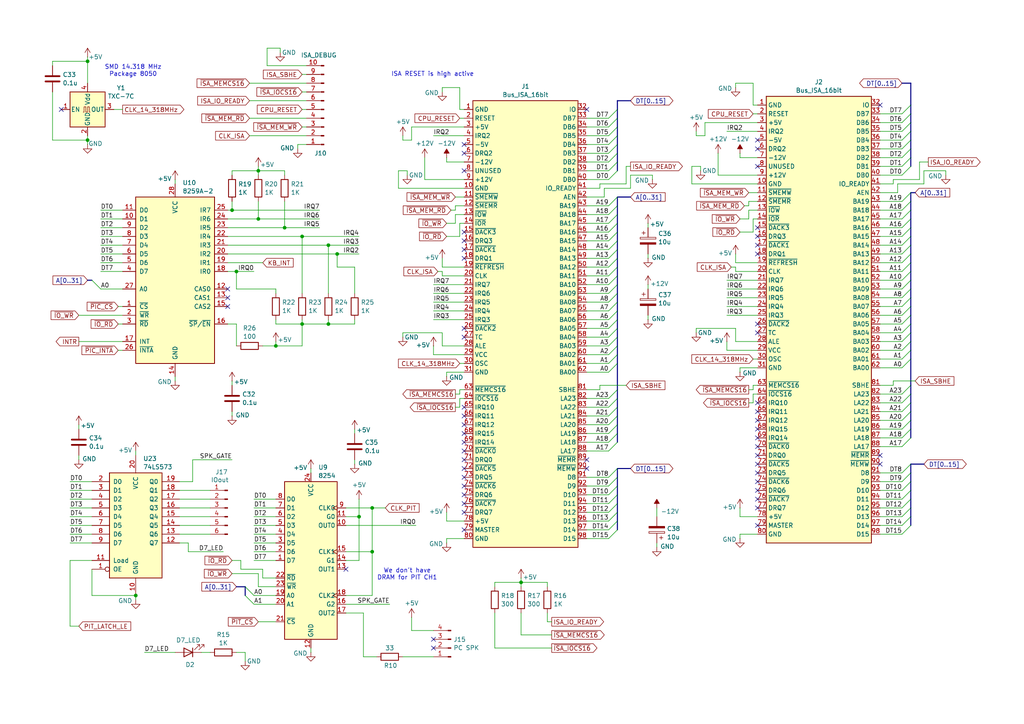
<source format=kicad_sch>
(kicad_sch (version 20250114) (generator "eeschema") (generator_version "9.0")
  (paper "A4")
  (title_block (title "486 Homebrew Computer") (date "2025-09-16") (rev "1") (company "maniek86.xyz"))
  (text "We don't have\nDRAM for PIT CH1" (at 118.11 166.624 0) (effects (font (size 1.27 1.27))))
  (text "SMD 14.318 MHz\nPackage 8050" (at 38.608 20.574 0) (effects (font (size 1.27 1.27))))
  (text "ISA RESET is high active" (at 125.476 21.59 0) (effects (font (size 1.27 1.27))))
  (junction (at 80.01 100.33))
  (junction (at 68.58 78.74))
  (junction (at 82.55 66.04))
  (junction (at 151.13 168.91))
  (junction (at 95.25 93.98))
  (junction (at 87.63 93.98))
  (junction (at 39.37 172.72))
  (junction (at 25.4 17.78))
  (junction (at 97.79 73.66))
  (junction (at 87.63 68.58))
  (junction (at 107.95 147.32))
  (junction (at 107.95 160.02))
  (junction (at 104.14 149.86))
  (junction (at 25.4 40.64))
  (junction (at 74.93 63.5))
  (junction (at 67.31 60.96))
  (junction (at 95.25 71.12))
  (junction (at 74.93 49.53))
  (no_connect (at 170.18 135.89))
  (no_connect (at 219.71 68.58))
  (no_connect (at 134.62 69.85))
  (no_connect (at 219.71 116.84))
  (no_connect (at 219.71 134.62))
  (no_connect (at 134.62 72.39))
  (no_connect (at 134.62 153.67))
  (no_connect (at 219.71 93.98))
  (no_connect (at 100.33 165.1))
  (no_connect (at 134.62 146.05))
  (no_connect (at 219.71 119.38))
  (no_connect (at 219.71 48.26))
  (no_connect (at 219.71 73.66))
  (no_connect (at 134.62 138.43))
  (no_connect (at 170.18 31.75))
  (no_connect (at 134.62 148.59))
  (no_connect (at 219.71 132.08))
  (no_connect (at 219.71 121.92))
  (no_connect (at 134.62 120.65))
  (no_connect (at 134.62 130.81))
  (no_connect (at 255.27 134.62))
  (no_connect (at 134.62 95.25))
  (no_connect (at 134.62 41.91))
  (no_connect (at 219.71 71.12))
  (no_connect (at 17.78 31.75))
  (no_connect (at 219.71 139.7))
  (no_connect (at 134.62 49.53))
  (no_connect (at 125.73 185.42))
  (no_connect (at 255.27 30.48))
  (no_connect (at 66.04 88.9))
  (no_connect (at 219.71 147.32))
  (no_connect (at 66.04 83.82))
  (no_connect (at 219.71 124.46))
  (no_connect (at 134.62 143.51))
  (no_connect (at 219.71 137.16))
  (no_connect (at 219.71 129.54))
  (no_connect (at 134.62 118.11))
  (no_connect (at 170.18 133.35))
  (no_connect (at 134.62 133.35))
  (no_connect (at 134.62 97.79))
  (no_connect (at 219.71 142.24))
  (no_connect (at 66.04 86.36))
  (no_connect (at 219.71 43.18))
  (no_connect (at 219.71 66.04))
  (no_connect (at 134.62 140.97))
  (no_connect (at 134.62 135.89))
  (no_connect (at 134.62 67.31))
  (no_connect (at 134.62 125.73))
  (no_connect (at 219.71 96.52))
  (no_connect (at 255.27 132.08))
  (no_connect (at 134.62 44.45))
  (no_connect (at 134.62 74.93))
  (no_connect (at 125.73 187.96))
  (no_connect (at 219.71 152.4))
  (no_connect (at 219.71 127))
  (no_connect (at 134.62 128.27))
  (no_connect (at 134.62 123.19))
  (no_connect (at 219.71 144.78))
  (no_connect (at 219.71 40.64))
  (bus_entry (at 176.53 123.19) (size 2.54 -2.54))
  (bus_entry (at 261.62 78.74) (size 2.54 -2.54))
  (bus_entry (at 176.53 77.47) (size 2.54 -2.54))
  (bus_entry (at 176.53 41.91) (size 2.54 -2.54))
  (bus_entry (at 176.53 100.33) (size 2.54 -2.54))
  (bus_entry (at 261.62 152.4) (size 2.54 -2.54))
  (bus_entry (at 176.53 125.73) (size 2.54 -2.54))
  (bus_entry (at 261.62 142.24) (size 2.54 -2.54))
  (bus_entry (at 261.62 91.44) (size 2.54 -2.54))
  (bus_entry (at 261.62 83.82) (size 2.54 -2.54))
  (bus_entry (at 176.53 67.31) (size 2.54 -2.54))
  (bus_entry (at 261.62 106.68) (size 2.54 -2.54))
  (bus_entry (at 176.53 156.21) (size 2.54 -2.54))
  (bus_entry (at 261.62 76.2) (size 2.54 -2.54))
  (bus_entry (at 73.66 175.26) (size -2.54 -2.54))
  (bus_entry (at 176.53 85.09) (size 2.54 -2.54))
  (bus_entry (at 261.62 93.98) (size 2.54 -2.54))
  (bus_entry (at 176.53 143.51) (size 2.54 -2.54))
  (bus_entry (at 261.62 139.7) (size 2.54 -2.54))
  (bus_entry (at 261.62 73.66) (size 2.54 -2.54))
  (bus_entry (at 261.62 129.54) (size 2.54 -2.54))
  (bus_entry (at 176.53 82.55) (size 2.54 -2.54))
  (bus_entry (at 261.62 50.8) (size 2.54 -2.54))
  (bus_entry (at 176.53 59.69) (size 2.54 -2.54))
  (bus_entry (at 176.53 102.87) (size 2.54 -2.54))
  (bus_entry (at 261.62 60.96) (size 2.54 -2.54))
  (bus_entry (at 261.62 38.1) (size 2.54 -2.54))
  (bus_entry (at 176.53 62.23) (size 2.54 -2.54))
  (bus_entry (at 261.62 68.58) (size 2.54 -2.54))
  (bus_entry (at 176.53 87.63) (size 2.54 -2.54))
  (bus_entry (at 261.62 101.6) (size 2.54 -2.54))
  (bus_entry (at 261.62 121.92) (size 2.54 -2.54))
  (bus_entry (at 261.62 35.56) (size 2.54 -2.54))
  (bus_entry (at 176.53 36.83) (size 2.54 -2.54))
  (bus_entry (at 176.53 80.01) (size 2.54 -2.54))
  (bus_entry (at 261.62 96.52) (size 2.54 -2.54))
  (bus_entry (at 261.62 40.64) (size 2.54 -2.54))
  (bus_entry (at 73.66 172.72) (size -2.54 -2.54))
  (bus_entry (at 261.62 119.38) (size 2.54 -2.54))
  (bus_entry (at 176.53 69.85) (size 2.54 -2.54))
  (bus_entry (at 176.53 140.97) (size 2.54 -2.54))
  (bus_entry (at 261.62 45.72) (size 2.54 -2.54))
  (bus_entry (at 29.21 83.82) (size -2.54 -2.54))
  (bus_entry (at 176.53 105.41) (size 2.54 -2.54))
  (bus_entry (at 261.62 71.12) (size 2.54 -2.54))
  (bus_entry (at 176.53 46.99) (size 2.54 -2.54))
  (bus_entry (at 261.62 124.46) (size 2.54 -2.54))
  (bus_entry (at 261.62 86.36) (size 2.54 -2.54))
  (bus_entry (at 176.53 92.71) (size 2.54 -2.54))
  (bus_entry (at 261.62 137.16) (size 2.54 -2.54))
  (bus_entry (at 176.53 107.95) (size 2.54 -2.54))
  (bus_entry (at 176.53 151.13) (size 2.54 -2.54))
  (bus_entry (at 261.62 127) (size 2.54 -2.54))
  (bus_entry (at 176.53 128.27) (size 2.54 -2.54))
  (bus_entry (at 261.62 88.9) (size 2.54 -2.54))
  (bus_entry (at 261.62 147.32) (size 2.54 -2.54))
  (bus_entry (at 176.53 95.25) (size 2.54 -2.54))
  (bus_entry (at 176.53 118.11) (size 2.54 -2.54))
  (bus_entry (at 176.53 97.79) (size 2.54 -2.54))
  (bus_entry (at 176.53 148.59) (size 2.54 -2.54))
  (bus_entry (at 261.62 104.14) (size 2.54 -2.54))
  (bus_entry (at 261.62 149.86) (size 2.54 -2.54))
  (bus_entry (at 261.62 99.06) (size 2.54 -2.54))
  (bus_entry (at 261.62 144.78) (size 2.54 -2.54))
  (bus_entry (at 261.62 154.94) (size 2.54 -2.54))
  (bus_entry (at 176.53 44.45) (size 2.54 -2.54))
  (bus_entry (at 261.62 114.3) (size 2.54 -2.54))
  (bus_entry (at 261.62 43.18) (size 2.54 -2.54))
  (bus_entry (at 261.62 58.42) (size 2.54 -2.54))
  (bus_entry (at 261.62 48.26) (size 2.54 -2.54))
  (bus_entry (at 176.53 115.57) (size 2.54 -2.54))
  (bus_entry (at 176.53 138.43) (size 2.54 -2.54))
  (bus_entry (at 176.53 52.07) (size 2.54 -2.54))
  (bus_entry (at 176.53 72.39) (size 2.54 -2.54))
  (bus_entry (at 261.62 116.84) (size 2.54 -2.54))
  (bus_entry (at 261.62 33.02) (size 2.54 -2.54))
  (bus_entry (at 176.53 120.65) (size 2.54 -2.54))
  (bus_entry (at 176.53 90.17) (size 2.54 -2.54))
  (bus_entry (at 176.53 146.05) (size 2.54 -2.54))
  (bus_entry (at 261.62 66.04) (size 2.54 -2.54))
  (bus_entry (at 176.53 39.37) (size 2.54 -2.54))
  (bus_entry (at 176.53 64.77) (size 2.54 -2.54))
  (bus_entry (at 176.53 49.53) (size 2.54 -2.54))
  (bus_entry (at 176.53 130.81) (size 2.54 -2.54))
  (bus_entry (at 176.53 74.93) (size 2.54 -2.54))
  (bus_entry (at 176.53 153.67) (size 2.54 -2.54))
  (bus_entry (at 176.53 34.29) (size 2.54 -2.54))
  (bus_entry (at 261.62 63.5) (size 2.54 -2.54))
  (bus_entry (at 261.62 81.28) (size 2.54 -2.54))
  (wire (pts (xy 255.27 111.76) (xy 259.08 111.76)))
  (bus (pts (xy 179.07 151.13) (xy 179.07 153.67)))
  (bus (pts (xy 264.16 111.76) (xy 264.16 114.3)))
  (bus (pts (xy 264.16 134.62) (xy 264.16 137.16)))
  (wire (pts (xy 260.35 53.34) (xy 260.35 55.88)))
  (wire (pts (xy 132.08 118.11) (xy 133.35 118.11)))
  (wire (pts (xy 74.93 49.53) (xy 82.55 49.53)))
  (wire (pts (xy 87.63 68.58) (xy 87.63 85.09)))
  (wire (pts (xy 261.62 66.04) (xy 255.27 66.04)))
  (wire (pts (xy 170.18 148.59) (xy 176.53 148.59)))
  (wire (pts (xy 189.23 52.07) (xy 189.23 50.8)))
  (wire (pts (xy 125.73 87.63) (xy 134.62 87.63)))
  (wire (pts (xy 133.35 115.57) (xy 134.62 115.57)))
  (wire (pts (xy 115.57 49.53) (xy 115.57 54.61)))
  (wire (pts (xy 219.71 45.72) (xy 214.63 45.72)))
  (wire (pts (xy 170.18 113.03) (xy 173.99 113.03)))
  (wire (pts (xy 87.63 92.71) (xy 87.63 93.98)))
  (wire (pts (xy 218.44 30.48) (xy 218.44 24.13)))
  (wire (pts (xy 261.62 81.28) (xy 255.27 81.28)))
  (wire (pts (xy 176.53 105.41) (xy 170.18 105.41)))
  (wire (pts (xy 217.17 63.5) (xy 217.17 60.96)))
  (wire (pts (xy 133.35 68.58) (xy 133.35 64.77)))
  (wire (pts (xy 176.53 97.79) (xy 170.18 97.79)))
  (wire (pts (xy 128.27 74.93) (xy 128.27 77.47)))
  (wire (pts (xy 219.71 30.48) (xy 218.44 30.48)))
  (wire (pts (xy 214.63 149.86) (xy 214.63 147.32)))
  (wire (pts (xy 80.01 100.33) (xy 87.63 100.33)))
  (bus (pts (xy 264.16 147.32) (xy 264.16 149.86)))
  (wire (pts (xy 260.35 55.88) (xy 255.27 55.88)))
  (wire (pts (xy 129.54 157.48) (xy 129.54 156.21)))
  (wire (pts (xy 255.27 119.38) (xy 261.62 119.38)))
  (wire (pts (xy 170.18 54.61) (xy 173.99 54.61)))
  (wire (pts (xy 217.17 58.42) (xy 219.71 58.42)))
  (wire (pts (xy 73.66 152.4) (xy 80.01 152.4)))
  (wire (pts (xy 129.54 68.58) (xy 133.35 68.58)))
  (wire (pts (xy 175.26 54.61) (xy 175.26 57.15)))
  (wire (pts (xy 261.62 78.74) (xy 255.27 78.74)))
  (bus (pts (xy 179.07 95.25) (xy 179.07 92.71)))
  (bus (pts (xy 179.07 72.39) (xy 179.07 69.85)))
  (wire (pts (xy 22.86 91.44) (xy 35.56 91.44)))
  (wire (pts (xy 102.87 77.47) (xy 102.87 85.09)))
  (wire (pts (xy 189.23 50.8) (xy 182.88 50.8)))
  (bus (pts (xy 179.07 118.11) (xy 179.07 120.65)))
  (wire (pts (xy 68.58 93.98) (xy 68.58 100.33)))
  (wire (pts (xy 259.08 52.07) (xy 266.7 52.07)))
  (wire (pts (xy 213.36 99.06) (xy 213.36 95.25)))
  (wire (pts (xy 133.35 64.77) (xy 134.62 64.77)))
  (wire (pts (xy 181.61 53.34) (xy 181.61 48.26)))
  (wire (pts (xy 170.18 36.83) (xy 176.53 36.83)))
  (wire (pts (xy 118.11 49.53) (xy 115.57 49.53)))
  (bus (pts (xy 264.16 124.46) (xy 264.16 127)))
  (wire (pts (xy 102.87 93.98) (xy 102.87 92.71)))
  (wire (pts (xy 80.01 83.82) (xy 80.01 85.09)))
  (wire (pts (xy 160.02 180.34) (xy 158.75 180.34)))
  (wire (pts (xy 173.99 111.76) (xy 181.61 111.76)))
  (wire (pts (xy 72.39 24.13) (xy 88.9 24.13)))
  (wire (pts (xy 214.63 154.94) (xy 219.71 154.94)))
  (wire (pts (xy 261.62 106.68) (xy 255.27 106.68)))
  (wire (pts (xy 213.36 73.66) (xy 213.36 76.2)))
  (wire (pts (xy 181.61 48.26) (xy 182.88 48.26)))
  (bus (pts (xy 179.07 31.75) (xy 179.07 34.29)))
  (wire (pts (xy 105.41 177.8) (xy 100.33 177.8)))
  (wire (pts (xy 66.04 66.04) (xy 82.55 66.04)))
  (wire (pts (xy 217.17 59.69) (xy 217.17 58.42)))
  (wire (pts (xy 29.21 63.5) (xy 35.56 63.5)))
  (wire (pts (xy 73.66 172.72) (xy 80.01 172.72)))
  (bus (pts (xy 179.07 69.85) (xy 179.07 67.31)))
  (wire (pts (xy 134.62 36.83) (xy 119.38 36.83)))
  (wire (pts (xy 34.29 88.9) (xy 35.56 88.9)))
  (wire (pts (xy 133.35 114.3) (xy 133.35 113.03)))
  (wire (pts (xy 67.31 110.49) (xy 67.31 111.76)))
  (wire (pts (xy 255.27 40.64) (xy 261.62 40.64)))
  (wire (pts (xy 67.31 49.53) (xy 67.31 50.8)))
  (wire (pts (xy 132.08 57.15) (xy 134.62 57.15)))
  (wire (pts (xy 66.04 60.96) (xy 67.31 60.96)))
  (bus (pts (xy 264.16 76.2) (xy 264.16 73.66)))
  (wire (pts (xy 29.21 66.04) (xy 35.56 66.04)))
  (wire (pts (xy 60.96 152.4) (xy 52.07 152.4)))
  (wire (pts (xy 255.27 53.34) (xy 259.08 53.34)))
  (wire (pts (xy 20.32 149.86) (xy 26.67 149.86)))
  (wire (pts (xy 201.93 95.25) (xy 201.93 96.52)))
  (wire (pts (xy 261.62 76.2) (xy 255.27 76.2)))
  (wire (pts (xy 255.27 147.32) (xy 261.62 147.32)))
  (wire (pts (xy 187.96 91.44) (xy 187.96 92.71)))
  (wire (pts (xy 175.26 57.15) (xy 170.18 57.15)))
  (wire (pts (xy 29.21 78.74) (xy 35.56 78.74)))
  (wire (pts (xy 214.63 45.72) (xy 214.63 44.45)))
  (wire (pts (xy 133.35 25.4) (xy 128.27 25.4)))
  (wire (pts (xy 26.67 172.72) (xy 26.67 165.1)))
  (wire (pts (xy 170.18 138.43) (xy 176.53 138.43)))
  (wire (pts (xy 255.27 142.24) (xy 261.62 142.24)))
  (wire (pts (xy 67.31 58.42) (xy 67.31 60.96)))
  (wire (pts (xy 87.63 36.83) (xy 88.9 36.83)))
  (wire (pts (xy 214.63 67.31) (xy 218.44 67.31)))
  (wire (pts (xy 92.71 63.5) (xy 74.93 63.5)))
  (wire (pts (xy 87.63 93.98) (xy 95.25 93.98)))
  (wire (pts (xy 58.42 189.23) (xy 60.96 189.23)))
  (wire (pts (xy 129.54 64.77) (xy 132.08 64.77)))
  (wire (pts (xy 255.27 121.92) (xy 261.62 121.92)))
  (wire (pts (xy 261.62 104.14) (xy 255.27 104.14)))
  (wire (pts (xy 261.62 83.82) (xy 255.27 83.82)))
  (wire (pts (xy 190.5 157.48) (xy 190.5 158.75)))
  (wire (pts (xy 133.35 105.41) (xy 134.62 105.41)))
  (wire (pts (xy 105.41 190.5) (xy 105.41 177.8)))
  (wire (pts (xy 73.66 157.48) (xy 80.01 157.48)))
  (wire (pts (xy 127 78.74) (xy 128.27 78.74)))
  (wire (pts (xy 170.18 49.53) (xy 176.53 49.53)))
  (wire (pts (xy 255.27 45.72) (xy 261.62 45.72)))
  (wire (pts (xy 15.24 19.05) (xy 15.24 17.78)))
  (wire (pts (xy 97.79 77.47) (xy 102.87 77.47)))
  (wire (pts (xy 73.66 149.86) (xy 80.01 149.86)))
  (wire (pts (xy 133.35 113.03) (xy 134.62 113.03)))
  (wire (pts (xy 176.53 74.93) (xy 170.18 74.93)))
  (wire (pts (xy 259.08 111.76) (xy 259.08 110.49)))
  (wire (pts (xy 67.31 162.56) (xy 69.85 162.56)))
  (wire (pts (xy 173.99 54.61) (xy 173.99 53.34)))
  (wire (pts (xy 213.36 78.74) (xy 219.71 78.74)))
  (wire (pts (xy 255.27 139.7) (xy 261.62 139.7)))
  (wire (pts (xy 73.66 147.32) (xy 80.01 147.32)))
  (wire (pts (xy 170.18 143.51) (xy 176.53 143.51)))
  (wire (pts (xy 97.79 73.66) (xy 104.14 73.66)))
  (wire (pts (xy 176.53 82.55) (xy 170.18 82.55)))
  (wire (pts (xy 143.51 177.8) (xy 143.51 187.96)))
  (wire (pts (xy 69.85 165.1) (xy 76.2 165.1)))
  (wire (pts (xy 218.44 104.14) (xy 219.71 104.14)))
  (bus (pts (xy 264.16 35.56) (xy 264.16 38.1)))
  (wire (pts (xy 158.75 180.34) (xy 158.75 177.8)))
  (wire (pts (xy 116.84 96.52) (xy 116.84 97.79)))
  (wire (pts (xy 255.27 38.1) (xy 261.62 38.1)))
  (bus (pts (xy 264.16 81.28) (xy 264.16 78.74)))
  (wire (pts (xy 255.27 127) (xy 261.62 127)))
  (wire (pts (xy 55.88 139.7) (xy 52.07 139.7)))
  (wire (pts (xy 115.57 54.61) (xy 134.62 54.61)))
  (wire (pts (xy 151.13 184.15) (xy 151.13 177.8)))
  (bus (pts (xy 264.16 137.16) (xy 264.16 139.7)))
  (wire (pts (xy 214.63 63.5) (xy 217.17 63.5)))
  (wire (pts (xy 132.08 114.3) (xy 133.35 114.3)))
  (wire (pts (xy 123.19 52.07) (xy 134.62 52.07)))
  (wire (pts (xy 214.63 106.68) (xy 219.71 106.68)))
  (wire (pts (xy 72.39 29.21) (xy 88.9 29.21)))
  (wire (pts (xy 95.25 71.12) (xy 95.25 85.09)))
  (wire (pts (xy 20.32 139.7) (xy 26.67 139.7)))
  (bus (pts (xy 179.07 80.01) (xy 179.07 77.47)))
  (wire (pts (xy 143.51 170.18) (xy 143.51 168.91)))
  (wire (pts (xy 170.18 156.21) (xy 176.53 156.21)))
  (wire (pts (xy 218.44 63.5) (xy 219.71 63.5)))
  (wire (pts (xy 176.53 80.01) (xy 170.18 80.01)))
  (wire (pts (xy 107.95 147.32) (xy 111.76 147.32)))
  (wire (pts (xy 66.04 73.66) (xy 97.79 73.66)))
  (bus (pts (xy 179.07 148.59) (xy 179.07 151.13)))
  (bus (pts (xy 264.16 24.13) (xy 264.16 30.48)))
  (wire (pts (xy 104.14 149.86) (xy 104.14 162.56)))
  (wire (pts (xy 176.53 59.69) (xy 170.18 59.69)))
  (wire (pts (xy 143.51 187.96) (xy 160.02 187.96)))
  (wire (pts (xy 129.54 109.22) (xy 129.54 107.95)))
  (wire (pts (xy 73.66 160.02) (xy 80.01 160.02)))
  (wire (pts (xy 77.47 13.97) (xy 77.47 19.05)))
  (wire (pts (xy 66.04 71.12) (xy 95.25 71.12)))
  (bus (pts (xy 261.62 24.13) (xy 264.16 24.13)))
  (wire (pts (xy 213.36 76.2) (xy 219.71 76.2)))
  (wire (pts (xy 261.62 60.96) (xy 255.27 60.96)))
  (wire (pts (xy 218.44 67.31) (xy 218.44 63.5)))
  (wire (pts (xy 218.44 111.76) (xy 219.71 111.76)))
  (wire (pts (xy 255.27 144.78) (xy 261.62 144.78)))
  (wire (pts (xy 102.87 124.46) (xy 102.87 125.73)))
  (wire (pts (xy 87.63 100.33) (xy 87.63 93.98)))
  (wire (pts (xy 34.29 101.6) (xy 35.56 101.6)))
  (wire (pts (xy 261.62 73.66) (xy 255.27 73.66)))
  (wire (pts (xy 100.33 172.72) (xy 107.95 172.72)))
  (wire (pts (xy 170.18 140.97) (xy 176.53 140.97)))
  (bus (pts (xy 264.16 104.14) (xy 264.16 111.76)))
  (bus (pts (xy 264.16 33.02) (xy 264.16 35.56)))
  (bus (pts (xy 264.16 30.48) (xy 264.16 33.02)))
  (wire (pts (xy 60.96 147.32) (xy 52.07 147.32)))
  (bus (pts (xy 264.16 78.74) (xy 264.16 76.2)))
  (bus (pts (xy 264.16 86.36) (xy 264.16 83.82)))
  (wire (pts (xy 218.44 113.03) (xy 218.44 111.76)))
  (wire (pts (xy 261.62 68.58) (xy 255.27 68.58)))
  (wire (pts (xy 255.27 43.18) (xy 261.62 43.18)))
  (wire (pts (xy 82.55 66.04) (xy 92.71 66.04)))
  (wire (pts (xy 210.82 88.9) (xy 219.71 88.9)))
  (wire (pts (xy 76.2 165.1) (xy 76.2 167.64)))
  (wire (pts (xy 217.17 55.88) (xy 219.71 55.88)))
  (bus (pts (xy 179.07 135.89) (xy 179.07 138.43)))
  (wire (pts (xy 102.87 133.35) (xy 102.87 134.62)))
  (wire (pts (xy 170.18 130.81) (xy 176.53 130.81)))
  (bus (pts (xy 179.07 92.71) (xy 179.07 90.17)))
  (wire (pts (xy 170.18 41.91) (xy 176.53 41.91)))
  (wire (pts (xy 255.27 35.56) (xy 261.62 35.56)))
  (wire (pts (xy 128.27 77.47) (xy 134.62 77.47)))
  (wire (pts (xy 173.99 53.34) (xy 181.61 53.34)))
  (wire (pts (xy 116.84 39.37) (xy 116.84 40.64)))
  (wire (pts (xy 173.99 113.03) (xy 173.99 111.76)))
  (wire (pts (xy 214.63 149.86) (xy 219.71 149.86)))
  (wire (pts (xy 212.09 77.47) (xy 213.36 77.47)))
  (wire (pts (xy 261.62 91.44) (xy 255.27 91.44)))
  (wire (pts (xy 50.8 52.07) (xy 50.8 53.34)))
  (wire (pts (xy 72.39 39.37) (xy 88.9 39.37)))
  (wire (pts (xy 34.29 93.98) (xy 35.56 93.98)))
  (wire (pts (xy 176.53 102.87) (xy 170.18 102.87)))
  (bus (pts (xy 264.16 149.86) (xy 264.16 152.4)))
  (wire (pts (xy 74.93 170.18) (xy 74.93 166.37)))
  (wire (pts (xy 210.82 99.06) (xy 210.82 101.6)))
  (wire (pts (xy 74.93 48.26) (xy 74.93 49.53)))
  (bus (pts (xy 264.16 104.14) (xy 264.16 101.6)))
  (wire (pts (xy 213.36 95.25) (xy 201.93 95.25)))
  (wire (pts (xy 200.66 48.26) (xy 200.66 53.34)))
  (wire (pts (xy 15.24 40.64) (xy 25.4 40.64)))
  (wire (pts (xy 134.62 102.87) (xy 125.73 102.87)))
  (wire (pts (xy 68.58 78.74) (xy 68.58 83.82)))
  (wire (pts (xy 69.85 162.56) (xy 69.85 165.1)))
  (wire (pts (xy 54.61 160.02) (xy 54.61 157.48)))
  (wire (pts (xy 73.66 162.56) (xy 80.01 162.56)))
  (wire (pts (xy 187.96 64.77) (xy 187.96 66.04)))
  (bus (pts (xy 179.07 46.99) (xy 179.07 49.53)))
  (wire (pts (xy 176.53 95.25) (xy 170.18 95.25)))
  (wire (pts (xy 50.8 109.22) (xy 50.8 110.49)))
  (wire (pts (xy 133.35 34.29) (xy 134.62 34.29)))
  (wire (pts (xy 54.61 157.48) (xy 52.07 157.48)))
  (wire (pts (xy 66.04 76.2) (xy 76.2 76.2)))
  (wire (pts (xy 22.86 132.08) (xy 22.86 133.35)))
  (wire (pts (xy 66.04 93.98) (xy 68.58 93.98)))
  (wire (pts (xy 176.53 69.85) (xy 170.18 69.85)))
  (wire (pts (xy 261.62 86.36) (xy 255.27 86.36)))
  (wire (pts (xy 187.96 73.66) (xy 187.96 74.93)))
  (wire (pts (xy 176.53 72.39) (xy 170.18 72.39)))
  (wire (pts (xy 119.38 36.83) (xy 119.38 40.64)))
  (wire (pts (xy 129.54 151.13) (xy 129.54 148.59)))
  (bus (pts (xy 264.16 60.96) (xy 264.16 58.42)))
  (wire (pts (xy 176.53 64.77) (xy 170.18 64.77)))
  (wire (pts (xy 219.71 101.6) (xy 210.82 101.6)))
  (wire (pts (xy 176.53 77.47) (xy 170.18 77.47)))
  (wire (pts (xy 210.82 38.1) (xy 219.71 38.1)))
  (wire (pts (xy 68.58 83.82) (xy 80.01 83.82)))
  (wire (pts (xy 128.27 25.4) (xy 128.27 26.67)))
  (wire (pts (xy 33.02 31.75) (xy 35.56 31.75)))
  (wire (pts (xy 217.17 116.84) (xy 218.44 116.84)))
  (wire (pts (xy 39.37 172.72) (xy 39.37 173.99)))
  (wire (pts (xy 208.28 44.45) (xy 208.28 50.8)))
  (wire (pts (xy 20.32 147.32) (xy 26.67 147.32)))
  (wire (pts (xy 170.18 118.11) (xy 176.53 118.11)))
  (wire (pts (xy 20.32 142.24) (xy 26.67 142.24)))
  (wire (pts (xy 90.17 135.89) (xy 90.17 137.16)))
  (wire (pts (xy 72.39 34.29) (xy 88.9 34.29)))
  (wire (pts (xy 129.54 46.99) (xy 129.54 45.72)))
  (wire (pts (xy 219.71 35.56) (xy 204.47 35.56)))
  (wire (pts (xy 25.4 39.37) (xy 25.4 40.64)))
  (wire (pts (xy 170.18 44.45) (xy 176.53 44.45)))
  (wire (pts (xy 20.32 152.4) (xy 26.67 152.4)))
  (bus (pts (xy 179.07 62.23) (xy 179.07 59.69)))
  (wire (pts (xy 77.47 19.05) (xy 88.9 19.05)))
  (wire (pts (xy 170.18 115.57) (xy 176.53 115.57)))
  (wire (pts (xy 100.33 149.86) (xy 104.14 149.86)))
  (wire (pts (xy 123.19 45.72) (xy 123.19 52.07)))
  (wire (pts (xy 267.97 53.34) (xy 260.35 53.34)))
  (bus (pts (xy 264.16 71.12) (xy 264.16 68.58)))
  (bus (pts (xy 264.16 55.88) (xy 265.43 55.88)))
  (wire (pts (xy 203.2 48.26) (xy 200.66 48.26)))
  (wire (pts (xy 201.93 39.37) (xy 204.47 39.37)))
  (wire (pts (xy 22.86 99.06) (xy 35.56 99.06)))
  (wire (pts (xy 133.35 118.11) (xy 133.35 115.57)))
  (wire (pts (xy 71.12 189.23) (xy 71.12 191.77)))
  (wire (pts (xy 20.32 162.56) (xy 20.32 181.61)))
  (wire (pts (xy 60.96 154.94) (xy 52.07 154.94)))
  (wire (pts (xy 125.73 100.33) (xy 125.73 102.87)))
  (wire (pts (xy 274.32 49.53) (xy 267.97 49.53)))
  (bus (pts (xy 264.16 40.64) (xy 264.16 43.18)))
  (wire (pts (xy 151.13 168.91) (xy 158.75 168.91)))
  (wire (pts (xy 125.73 85.09) (xy 134.62 85.09)))
  (wire (pts (xy 255.27 116.84) (xy 261.62 116.84)))
  (wire (pts (xy 214.63 107.95) (xy 214.63 106.68)))
  (wire (pts (xy 81.28 15.24) (xy 81.28 13.97)))
  (wire (pts (xy 176.53 85.09) (xy 170.18 85.09)))
  (wire (pts (xy 29.21 71.12) (xy 35.56 71.12)))
  (wire (pts (xy 255.27 154.94) (xy 261.62 154.94)))
  (wire (pts (xy 176.53 87.63) (xy 170.18 87.63)))
  (wire (pts (xy 105.41 190.5) (xy 109.22 190.5)))
  (wire (pts (xy 15.24 26.67) (xy 15.24 40.64)))
  (wire (pts (xy 170.18 151.13) (xy 176.53 151.13)))
  (wire (pts (xy 125.73 92.71) (xy 134.62 92.71)))
  (bus (pts (xy 182.88 29.21) (xy 179.07 29.21)))
  (bus (pts (xy 264.16 99.06) (xy 264.16 96.52)))
  (bus (pts (xy 179.07 85.09) (xy 179.07 82.55)))
  (bus (pts (xy 179.07 87.63) (xy 179.07 85.09)))
  (bus (pts (xy 264.16 58.42) (xy 264.16 55.88)))
  (wire (pts (xy 97.79 73.66) (xy 97.79 77.47)))
  (wire (pts (xy 41.91 189.23) (xy 50.8 189.23)))
  (wire (pts (xy 87.63 68.58) (xy 104.14 68.58)))
  (wire (pts (xy 187.96 82.55) (xy 187.96 83.82)))
  (bus (pts (xy 264.16 114.3) (xy 264.16 116.84)))
  (bus (pts (xy 264.16 101.6) (xy 264.16 99.06)))
  (wire (pts (xy 170.18 52.07) (xy 176.53 52.07)))
  (wire (pts (xy 116.84 190.5) (xy 125.73 190.5)))
  (bus (pts (xy 264.16 93.98) (xy 264.16 91.44)))
  (wire (pts (xy 170.18 123.19) (xy 176.53 123.19)))
  (wire (pts (xy 80.01 92.71) (xy 80.01 93.98)))
  (wire (pts (xy 66.04 68.58) (xy 87.63 68.58)))
  (bus (pts (xy 179.07 34.29) (xy 179.07 36.83)))
  (bus (pts (xy 264.16 43.18) (xy 264.16 45.72)))
  (bus (pts (xy 179.07 125.73) (xy 179.07 128.27)))
  (bus (pts (xy 264.16 96.52) (xy 264.16 93.98)))
  (wire (pts (xy 261.62 63.5) (xy 255.27 63.5)))
  (wire (pts (xy 129.54 151.13) (xy 134.62 151.13)))
  (bus (pts (xy 179.07 59.69) (xy 179.07 57.15)))
  (wire (pts (xy 128.27 80.01) (xy 134.62 80.01)))
  (wire (pts (xy 60.96 149.86) (xy 52.07 149.86)))
  (wire (pts (xy 255.27 124.46) (xy 261.62 124.46)))
  (wire (pts (xy 267.97 49.53) (xy 267.97 53.34)))
  (wire (pts (xy 201.93 38.1) (xy 201.93 39.37)))
  (wire (pts (xy 95.25 92.71) (xy 95.25 93.98)))
  (wire (pts (xy 170.18 100.33) (xy 176.53 100.33)))
  (wire (pts (xy 215.9 59.69) (xy 217.17 59.69)))
  (bus (pts (xy 179.07 113.03) (xy 179.07 115.57)))
  (wire (pts (xy 66.04 78.74) (xy 68.58 78.74)))
  (wire (pts (xy 90.17 187.96) (xy 90.17 189.23)))
  (wire (pts (xy 203.2 48.26) (xy 203.2 49.53)))
  (wire (pts (xy 82.55 50.8) (xy 82.55 49.53)))
  (bus (pts (xy 179.07 120.65) (xy 179.07 123.19)))
  (wire (pts (xy 129.54 156.21) (xy 134.62 156.21)))
  (wire (pts (xy 80.01 170.18) (xy 74.93 170.18)))
  (wire (pts (xy 107.95 160.02) (xy 100.33 160.02)))
  (wire (pts (xy 68.58 78.74) (xy 73.66 78.74)))
  (wire (pts (xy 160.02 184.15) (xy 151.13 184.15)))
  (wire (pts (xy 20.32 181.61) (xy 22.86 181.61)))
  (bus (pts (xy 264.16 142.24) (xy 264.16 144.78)))
  (wire (pts (xy 95.25 71.12) (xy 104.14 71.12)))
  (wire (pts (xy 259.08 110.49) (xy 265.43 110.49)))
  (bus (pts (xy 26.67 81.28) (xy 25.4 81.28)))
  (wire (pts (xy 67.31 60.96) (xy 92.71 60.96)))
  (wire (pts (xy 76.2 167.64) (xy 80.01 167.64)))
  (wire (pts (xy 107.95 147.32) (xy 107.95 160.02)))
  (bus (pts (xy 179.07 90.17) (xy 179.07 87.63)))
  (wire (pts (xy 125.73 82.55) (xy 134.62 82.55)))
  (wire (pts (xy 176.53 67.31) (xy 170.18 67.31)))
  (wire (pts (xy 261.62 93.98) (xy 255.27 93.98)))
  (wire (pts (xy 218.44 114.3) (xy 219.71 114.3)))
  (bus (pts (xy 264.16 116.84) (xy 264.16 119.38)))
  (wire (pts (xy 261.62 88.9) (xy 255.27 88.9)))
  (wire (pts (xy 261.62 101.6) (xy 255.27 101.6)))
  (bus (pts (xy 179.07 36.83) (xy 179.07 39.37)))
  (bus (pts (xy 179.07 102.87) (xy 179.07 100.33)))
  (wire (pts (xy 100.33 147.32) (xy 107.95 147.32)))
  (bus (pts (xy 179.07 143.51) (xy 179.07 146.05)))
  (wire (pts (xy 170.18 128.27) (xy 176.53 128.27)))
  (bus (pts (xy 179.07 82.55) (xy 179.07 80.01)))
  (wire (pts (xy 218.44 33.02) (xy 219.71 33.02)))
  (wire (pts (xy 210.82 86.36) (xy 219.71 86.36)))
  (bus (pts (xy 179.07 41.91) (xy 179.07 44.45)))
  (wire (pts (xy 55.88 133.35) (xy 55.88 139.7)))
  (bus (pts (xy 179.07 105.41) (xy 179.07 102.87)))
  (bus (pts (xy 179.07 123.19) (xy 179.07 125.73)))
  (bus (pts (xy 264.16 119.38) (xy 264.16 121.92)))
  (bus (pts (xy 264.16 121.92) (xy 264.16 124.46)))
  (wire (pts (xy 104.14 144.78) (xy 104.14 149.86)))
  (bus (pts (xy 179.07 39.37) (xy 179.07 41.91)))
  (wire (pts (xy 60.96 144.78) (xy 52.07 144.78)))
  (wire (pts (xy 15.24 17.78) (xy 25.4 17.78)))
  (wire (pts (xy 266.7 46.99) (xy 269.24 46.99)))
  (wire (pts (xy 29.21 76.2) (xy 35.56 76.2)))
  (bus (pts (xy 264.16 91.44) (xy 264.16 88.9)))
  (bus (pts (xy 179.07 140.97) (xy 179.07 143.51)))
  (wire (pts (xy 261.62 96.52) (xy 255.27 96.52)))
  (wire (pts (xy 255.27 137.16) (xy 261.62 137.16)))
  (wire (pts (xy 29.21 83.82) (xy 35.56 83.82)))
  (bus (pts (xy 179.07 100.33) (xy 179.07 97.79)))
  (bus (pts (xy 264.16 45.72) (xy 264.16 48.26)))
  (wire (pts (xy 132.08 60.96) (xy 132.08 59.69)))
  (bus (pts (xy 179.07 146.05) (xy 179.07 148.59)))
  (wire (pts (xy 134.62 100.33) (xy 128.27 100.33)))
  (wire (pts (xy 29.21 60.96) (xy 35.56 60.96)))
  (wire (pts (xy 204.47 35.56) (xy 204.47 39.37)))
  (wire (pts (xy 100.33 152.4) (xy 120.65 152.4)))
  (wire (pts (xy 119.38 182.88) (xy 125.73 182.88)))
  (wire (pts (xy 116.84 40.64) (xy 119.38 40.64)))
  (bus (pts (xy 179.07 115.57) (xy 179.07 118.11)))
  (bus (pts (xy 264.16 38.1) (xy 264.16 40.64)))
  (wire (pts (xy 176.53 107.95) (xy 170.18 107.95)))
  (wire (pts (xy 20.32 157.48) (xy 26.67 157.48)))
  (wire (pts (xy 182.88 54.61) (xy 175.26 54.61)))
  (wire (pts (xy 107.95 172.72) (xy 107.95 160.02)))
  (wire (pts (xy 29.21 68.58) (xy 35.56 68.58)))
  (wire (pts (xy 170.18 125.73) (xy 176.53 125.73)))
  (bus (pts (xy 179.07 97.79) (xy 179.07 95.25)))
  (bus (pts (xy 264.16 83.82) (xy 264.16 81.28)))
  (wire (pts (xy 132.08 62.23) (xy 134.62 62.23)))
  (wire (pts (xy 95.25 93.98) (xy 102.87 93.98)))
  (wire (pts (xy 274.32 50.8) (xy 274.32 49.53)))
  (wire (pts (xy 29.21 73.66) (xy 35.56 73.66)))
  (wire (pts (xy 68.58 189.23) (xy 71.12 189.23)))
  (bus (pts (xy 179.07 57.15) (xy 182.88 57.15)))
  (wire (pts (xy 20.32 144.78) (xy 26.67 144.78)))
  (wire (pts (xy 255.27 33.02) (xy 261.62 33.02)))
  (wire (pts (xy 170.18 46.99) (xy 176.53 46.99)))
  (wire (pts (xy 87.63 31.75) (xy 88.9 31.75)))
  (bus (pts (xy 71.12 170.18) (xy 68.58 170.18)))
  (wire (pts (xy 128.27 100.33) (xy 128.27 96.52)))
  (wire (pts (xy 255.27 152.4) (xy 261.62 152.4)))
  (wire (pts (xy 104.14 162.56) (xy 100.33 162.56)))
  (wire (pts (xy 210.82 81.28) (xy 219.71 81.28)))
  (wire (pts (xy 261.62 99.06) (xy 255.27 99.06)))
  (wire (pts (xy 213.36 77.47) (xy 213.36 78.74)))
  (wire (pts (xy 132.08 59.69) (xy 134.62 59.69)))
  (wire (pts (xy 74.93 58.42) (xy 74.93 63.5)))
  (wire (pts (xy 255.27 48.26) (xy 261.62 48.26)))
  (wire (pts (xy 130.81 60.96) (xy 132.08 60.96)))
  (wire (pts (xy 80.01 93.98) (xy 87.63 93.98)))
  (wire (pts (xy 26.67 162.56) (xy 20.32 162.56)))
  (wire (pts (xy 100.33 175.26) (xy 113.03 175.26)))
  (wire (pts (xy 80.01 100.33) (xy 80.01 99.06)))
  (wire (pts (xy 25.4 17.78) (xy 25.4 24.13)))
  (wire (pts (xy 128.27 78.74) (xy 128.27 80.01)))
  (wire (pts (xy 39.37 130.81) (xy 39.37 132.08)))
  (wire (pts (xy 125.73 90.17) (xy 134.62 90.17)))
  (wire (pts (xy 255.27 129.54) (xy 261.62 129.54)))
  (bus (pts (xy 264.16 68.58) (xy 264.16 66.04)))
  (wire (pts (xy 118.11 49.53) (xy 118.11 50.8)))
  (wire (pts (xy 82.55 58.42) (xy 82.55 66.04)))
  (wire (pts (xy 74.93 166.37) (xy 67.31 166.37)))
  (wire (pts (xy 176.53 92.71) (xy 170.18 92.71)))
  (wire (pts (xy 128.27 96.52) (xy 116.84 96.52)))
  (bus (pts (xy 179.07 138.43) (xy 179.07 140.97)))
  (wire (pts (xy 158.75 168.91) (xy 158.75 170.18)))
  (bus (pts (xy 179.07 74.93) (xy 179.07 72.39)))
  (bus (pts (xy 179.07 29.21) (xy 179.07 31.75)))
  (wire (pts (xy 129.54 107.95) (xy 134.62 107.95)))
  (wire (pts (xy 134.62 31.75) (xy 133.35 31.75)))
  (bus (pts (xy 182.88 135.89) (xy 179.07 135.89)))
  (wire (pts (xy 74.93 49.53) (xy 67.31 49.53)))
  (bus (pts (xy 179.07 64.77) (xy 179.07 62.23)))
  (wire (pts (xy 176.53 90.17) (xy 170.18 90.17)))
  (wire (pts (xy 74.93 49.53) (xy 74.93 50.8)))
  (bus (pts (xy 179.07 44.45) (xy 179.07 46.99)))
  (bus (pts (xy 264.16 63.5) (xy 264.16 60.96)))
  (wire (pts (xy 86.36 43.18) (xy 86.36 41.91)))
  (wire (pts (xy 210.82 83.82) (xy 219.71 83.82)))
  (wire (pts (xy 67.31 119.38) (xy 67.31 120.65)))
  (bus (pts (xy 264.16 73.66) (xy 264.16 71.12)))
  (wire (pts (xy 217.17 113.03) (xy 218.44 113.03)))
  (wire (pts (xy 190.5 147.32) (xy 190.5 149.86)))
  (wire (pts (xy 54.61 160.02) (xy 64.77 160.02)))
  (wire (pts (xy 39.37 172.72) (xy 26.67 172.72)))
  (wire (pts (xy 55.88 133.35) (xy 67.31 133.35)))
  (wire (pts (xy 81.28 13.97) (xy 77.47 13.97)))
  (wire (pts (xy 219.71 99.06) (xy 213.36 99.06)))
  (wire (pts (xy 134.62 46.99) (xy 129.54 46.99)))
  (wire (pts (xy 87.63 26.67) (xy 88.9 26.67)))
  (wire (pts (xy 208.28 50.8) (xy 219.71 50.8)))
  (wire (pts (xy 170.18 153.67) (xy 176.53 153.67)))
  (wire (pts (xy 132.08 64.77) (xy 132.08 62.23)))
  (wire (pts (xy 176.53 62.23) (xy 170.18 62.23)))
  (bus (pts (xy 264.16 144.78) (xy 264.16 147.32)))
  (bus (pts (xy 71.12 172.72) (xy 71.12 170.18)))
  (wire (pts (xy 170.18 120.65) (xy 176.53 120.65)))
  (wire (pts (xy 60.96 142.24) (xy 52.07 142.24)))
  (bus (pts (xy 264.16 66.04) (xy 264.16 63.5)))
  (wire (pts (xy 266.7 52.07) (xy 266.7 46.99)))
  (wire (pts (xy 170.18 39.37) (xy 176.53 39.37)))
  (wire (pts (xy 25.4 16.51) (xy 25.4 17.78)))
  (wire (pts (xy 125.73 39.37) (xy 134.62 39.37)))
  (bus (pts (xy 267.97 134.62) (xy 264.16 134.62)))
  (wire (pts (xy 213.36 24.13) (xy 213.36 25.4)))
  (bus (pts (xy 264.16 139.7) (xy 264.16 142.24)))
  (wire (pts (xy 143.51 168.91) (xy 151.13 168.91)))
  (wire (pts (xy 210.82 91.44) (xy 219.71 91.44)))
  (wire (pts (xy 74.93 63.5) (xy 66.04 63.5)))
  (wire (pts (xy 170.18 34.29) (xy 176.53 34.29)))
  (bus (pts (xy 264.16 88.9) (xy 264.16 86.36)))
  (wire (pts (xy 255.27 149.86) (xy 261.62 149.86)))
  (wire (pts (xy 259.08 53.34) (xy 259.08 52.07)))
  (wire (pts (xy 25.4 41.91) (xy 25.4 40.64)))
  (wire (pts (xy 218.44 24.13) (xy 213.36 24.13)))
  (wire (pts (xy 73.66 144.78) (xy 80.01 144.78)))
  (wire (pts (xy 22.86 123.19) (xy 22.86 124.46)))
  (wire (pts (xy 119.38 179.07) (xy 119.38 182.88)))
  (wire (pts (xy 255.27 50.8) (xy 261.62 50.8)))
  (wire (pts (xy 20.32 154.94) (xy 26.67 154.94)))
  (wire (pts (xy 76.2 100.33) (xy 80.01 100.33)))
  (wire (pts (xy 200.66 53.34) (xy 219.71 53.34)))
  (wire (pts (xy 217.17 60.96) (xy 219.71 60.96)))
  (wire (pts (xy 218.44 116.84) (xy 218.44 114.3)))
  (wire (pts (xy 255.27 114.3) (xy 261.62 114.3)))
  (wire (pts (xy 214.63 156.21) (xy 214.63 154.94)))
  (wire (pts (xy 86.36 41.91) (xy 88.9 41.91)))
  (wire (pts (xy 182.88 50.8) (xy 182.88 54.61)))
  (wire (pts (xy 73.66 175.26) (xy 80.01 175.26)))
  (wire (pts (xy 133.35 31.75) (xy 133.35 25.4)))
  (bus (pts (xy 179.07 77.47) (xy 179.07 74.93)))
  (wire (pts (xy 87.63 21.59) (xy 88.9 21.59)))
  (wire (pts (xy 151.13 168.91) (xy 151.13 170.18)))
  (wire (pts (xy 151.13 167.64) (xy 151.13 168.91)))
  (wire (pts (xy 170.18 146.05) (xy 176.53 146.05)))
  (wire (pts (xy 73.66 154.94) (xy 80.01 154.94)))
  (bus (pts (xy 179.07 105.41) (xy 179.07 113.03)))
  (bus (pts (xy 179.07 67.31) (xy 179.07 64.77)))
  (wire (pts (xy 261.62 58.42) (xy 255.27 58.42)))
  (wire (pts (xy 261.62 71.12) (xy 255.27 71.12)))
  (wire (pts (xy 74.93 180.34) (xy 80.01 180.34)))
  (label "DT6" (at 261.62 35.56 180))
  (label "DT2" (at 73.66 149.86 0))
  (label "DT12" (at 261.62 147.32 180))
  (label "DT15" (at 176.53 156.21 180))
  (label "DT2" (at 176.53 46.99 180))
  (label "A1" (at 176.53 105.41 180))
  (label "DT13" (at 176.53 151.13 180))
  (label "DT5" (at 73.66 157.48 0))
  (label "A17" (at 176.53 64.77 180))
  (label "DT2" (at 20.32 144.78 0))
  (label "DT4" (at 261.62 40.64 180))
  (label "DT9" (at 261.62 139.7 180))
  (label "A13" (at 261.62 73.66 180))
  (label "A0" (at 176.53 107.95 180))
  (label "A3" (at 176.53 100.33 180))
  (label "A20" (at 176.53 123.19 180))
  (label "A1" (at 261.62 104.14 180))
  (label "A19" (at 261.62 58.42 180))
  (label "DT5" (at 20.32 152.4 0))
  (label "A6" (at 176.53 92.71 180))
  (label "A18" (at 261.62 60.96 180))
  (label "DT4" (at 176.53 41.91 180))
  (label "A16" (at 261.62 66.04 180))
  (label "IRQ6" (at 92.71 63.5 180))
  (label "DT0" (at 73.66 144.78 0))
  (label "IRQ6" (at 210.82 83.82 0))
  (label "DT0" (at 29.21 60.96 0))
  (label "A4" (at 261.62 96.52 180))
  (label "DT0" (at 176.53 52.07 180))
  (label "A0" (at 261.62 106.68 180))
  (label "DT6" (at 73.66 160.02 0))
  (label "A18" (at 176.53 62.23 180))
  (label "DT1" (at 29.21 63.5 0))
  (label "A13" (at 176.53 74.93 180))
  (label "IRQ0" (at 120.65 152.4 180))
  (label "A5" (at 176.53 95.25 180))
  (label "A22" (at 261.62 116.84 180))
  (label "A21" (at 261.62 119.38 180))
  (label "A2" (at 261.62 101.6 180))
  (label "DT15" (at 261.62 154.94 180))
  (label "IRQ7" (at 125.73 82.55 0))
  (label "DT11" (at 261.62 144.78 180))
  (label "DT5" (at 176.53 39.37 180))
  (label "A9" (at 176.53 85.09 180))
  (label "IRQ0" (at 73.66 78.74 180))
  (label "DT2" (at 29.21 66.04 0))
  (label "A11" (at 261.62 78.74 180))
  (label "DT6" (at 20.32 154.94 0))
  (label "DT14" (at 176.53 153.67 180))
  (label "A11" (at 176.53 80.01 180))
  (label "A5" (at 261.62 93.98 180))
  (label "A6" (at 261.62 91.44 180))
  (label "DT7" (at 261.62 33.02 180))
  (label "A0" (at 73.66 172.72 0))
  (label "IRQ4" (at 210.82 88.9 0))
  (label "SPK_GATE" (at 67.31 133.35 180))
  (label "IRQ3" (at 125.73 92.71 0))
  (label "A19" (at 261.62 124.46 180))
  (label "IRQ5" (at 92.71 66.04 180))
  (label "IRQ6" (at 125.73 85.09 0))
  (label "DT13" (at 261.62 149.86 180))
  (label "DT4" (at 29.21 71.12 0))
  (label "A0" (at 29.21 83.82 0))
  (label "IRQ5" (at 125.73 87.63 0))
  (label "A7" (at 176.53 90.17 180))
  (label "IRQ5" (at 210.82 86.36 0))
  (label "IRQ2" (at 125.73 39.37 0))
  (label "DT3" (at 29.21 68.58 0))
  (label "A17" (at 261.62 129.54 180))
  (label "DT4" (at 73.66 154.94 0))
  (label "DT8" (at 261.62 137.16 180))
  (label "IRQ2" (at 104.14 73.66 180))
  (label "IRQ7" (at 92.71 60.96 180))
  (label "A9" (at 261.62 83.82 180))
  (label "DT7" (at 20.32 157.48 0))
  (label "DT7" (at 29.21 78.74 0))
  (label "IRQ3" (at 210.82 91.44 0))
  (label "DT11" (at 176.53 146.05 180))
  (label "D7_LED" (at 64.77 160.02 180))
  (label "DT3" (at 20.32 147.32 0))
  (label "DT6" (at 176.53 36.83 180))
  (label "DT10" (at 176.53 143.51 180))
  (label "DT1" (at 20.32 142.24 0))
  (label "DT8" (at 176.53 138.43 180))
  (label "A14" (at 261.62 71.12 180))
  (label "DT3" (at 176.53 44.45 180))
  (label "DT2" (at 261.62 45.72 180))
  (label "A7" (at 261.62 88.9 180))
  (label "DT5" (at 29.21 73.66 0))
  (label "DT1" (at 261.62 48.26 180))
  (label "A10" (at 261.62 81.28 180))
  (label "A23" (at 261.62 114.3 180))
  (label "SPK_GATE" (at 113.03 175.26 180))
  (label "DT12" (at 176.53 148.59 180))
  (label "A20" (at 261.62 121.92 180))
  (label "DT6" (at 29.21 76.2 0))
  (label "A10" (at 176.53 82.55 180))
  (label "A8" (at 176.53 87.63 180))
  (label "IRQ4" (at 125.73 90.17 0))
  (label "A12" (at 176.53 77.47 180))
  (label "DT9" (at 176.53 140.97 180))
  (label "A14" (at 176.53 72.39 180))
  (label "A3" (at 261.62 99.06 180))
  (label "DT10" (at 261.62 142.24 180))
  (label "A18" (at 176.53 128.27 180))
  (label "DT3" (at 73.66 152.4 0))
  (label "DT7" (at 176.53 34.29 180))
  (label "A2" (at 176.53 102.87 180))
  (label "A12" (at 261.62 76.2 180))
  (label "DT1" (at 176.53 49.53 180))
  (label "A21" (at 176.53 120.65 180))
  (label "A19" (at 176.53 125.73 180))
  (label "A17" (at 261.62 63.5 180))
  (label "A1" (at 73.66 175.26 0))
  (label "A22" (at 176.53 118.11 180))
  (label "DT4" (at 20.32 149.86 0))
  (label "IRQ3" (at 104.14 71.12 180))
  (label "A23" (at 176.53 115.57 180))
  (label "IRQ4" (at 104.14 68.58 180))
  (label "A15" (at 176.53 69.85 180))
  (label "A16" (at 176.53 67.31 180))
  (label "A8" (at 261.62 86.36 180))
  (label "A18" (at 261.62 127 180))
  (label "DT0" (at 261.62 50.8 180))
  (label "DT7" (at 73.66 162.56 0))
  (label "IRQ2" (at 210.82 38.1 0))
  (label "DT3" (at 261.62 43.18 180))
  (label "A15" (at 261.62 68.58 180))
  (label "D7_LED" (at 41.91 189.23 0))
  (label "A17" (at 176.53 130.81 180))
  (label "IRQ7" (at 210.82 81.28 0))
  (label "DT5" (at 261.62 38.1 180))
  (label "DT0" (at 20.32 139.7 0))
  (label "DT1" (at 73.66 147.32 0))
  (label "DT14" (at 261.62 152.4 180))
  (label "A4" (at 176.53 97.79 180))
  (label "A19" (at 176.53 59.69 180))
  (global_label "~{ISA_MEM_WR}" (shape input) (at 87.63 36.83 180) (property "Intersheetrefs" "${INTERSHEET_REFS}" (effects (hide yes))))
  (global_label "CLK_14_318MHz" (shape input) (at 218.44 104.14 180) (property "Intersheetrefs" "${INTERSHEET_REFS}" (effects (hide yes))))
  (global_label "DT[0..15]" (shape bidirectional) (at 182.88 135.89 0) (property "Intersheetrefs" "${INTERSHEET_REFS}" (effects (hide yes))))
  (global_label "CPU_RESET" (shape input) (at 218.44 33.02 180) (property "Intersheetrefs" "${INTERSHEET_REFS}" (effects (hide yes))))
  (global_label "ISA_IO_READY" (shape output) (at 269.24 46.99 0) (property "Intersheetrefs" "${INTERSHEET_REFS}" (effects (hide yes))))
  (global_label "CPU_RESET" (shape input) (at 87.63 31.75 180) (property "Intersheetrefs" "${INTERSHEET_REFS}" (effects (hide yes))))
  (global_label "~{ISA_MEMCS16}" (shape output) (at 132.08 114.3 180) (property "Intersheetrefs" "${INTERSHEET_REFS}" (effects (hide yes))))
  (global_label "ISA_IO_READY" (shape input) (at 72.39 29.21 180) (property "Intersheetrefs" "${INTERSHEET_REFS}" (effects (hide yes))))
  (global_label "~{ISA_MEM_RD}" (shape input) (at 215.9 59.69 180) (property "Intersheetrefs" "${INTERSHEET_REFS}" (effects (hide yes))))
  (global_label "CLK_PIT" (shape input) (at 111.76 147.32 0) (property "Intersheetrefs" "${INTERSHEET_REFS}" (effects (hide yes))))
  (global_label "~{IO_WR}" (shape input) (at 22.86 91.44 180) (property "Intersheetrefs" "${INTERSHEET_REFS}" (effects (hide yes))))
  (global_label "ISA_IO_READY" (shape output) (at 182.88 48.26 0) (property "Intersheetrefs" "${INTERSHEET_REFS}" (effects (hide yes))))
  (global_label "~{IO_WR}" (shape input) (at 67.31 166.37 180) (property "Intersheetrefs" "${INTERSHEET_REFS}" (effects (hide yes))))
  (global_label "ISA_SBHE" (shape input) (at 87.63 21.59 180) (property "Intersheetrefs" "${INTERSHEET_REFS}" (effects (hide yes))))
  (global_label "DT[0..15]" (shape bidirectional) (at 267.97 134.62 0) (property "Intersheetrefs" "${INTERSHEET_REFS}" (effects (hide yes))))
  (global_label "~{ISA_MEM_WR}" (shape input) (at 217.17 55.88 180) (property "Intersheetrefs" "${INTERSHEET_REFS}" (effects (hide yes))))
  (global_label "~{PIC_CS}" (shape input) (at 34.29 88.9 180) (property "Intersheetrefs" "${INTERSHEET_REFS}" (effects (hide yes))))
  (global_label "KB_INT" (shape input) (at 76.2 76.2 0) (property "Intersheetrefs" "${INTERSHEET_REFS}" (effects (hide yes))))
  (global_label "CLK_14_318MHz" (shape input) (at 133.35 105.41 180) (property "Intersheetrefs" "${INTERSHEET_REFS}" (effects (hide yes))))
  (global_label "CLK_ISA" (shape input) (at 72.39 39.37 180) (property "Intersheetrefs" "${INTERSHEET_REFS}" (effects (hide yes))))
  (global_label "CPU_RESET" (shape input) (at 133.35 34.29 180) (property "Intersheetrefs" "${INTERSHEET_REFS}" (effects (hide yes))))
  (global_label "A[0..31]" (shape input) (at 68.58 170.18 180) (property "Intersheetrefs" "${INTERSHEET_REFS}" (effects (hide yes))))
  (global_label "ISA_SBHE" (shape input) (at 265.43 110.49 0) (property "Intersheetrefs" "${INTERSHEET_REFS}" (effects (hide yes))))
  (global_label "PIT_LATCH_LE" (shape input) (at 22.86 181.61 0) (property "Intersheetrefs" "${INTERSHEET_REFS}" (effects (hide yes))))
  (global_label "~{PIT_CS}" (shape input) (at 74.93 180.34 180) (property "Intersheetrefs" "${INTERSHEET_REFS}" (effects (hide yes))))
  (global_label "~{PIC_INTA}" (shape input) (at 34.29 101.6 180) (property "Intersheetrefs" "${INTERSHEET_REFS}" (effects (hide yes))))
  (global_label "DT[0..15]" (shape bidirectional) (at 182.88 29.21 0) (property "Intersheetrefs" "${INTERSHEET_REFS}" (effects (hide yes))))
  (global_label "~{ISA_IOCS16}" (shape output) (at 217.17 116.84 180) (property "Intersheetrefs" "${INTERSHEET_REFS}" (effects (hide yes))))
  (global_label "CLK_14_318MHz" (shape output) (at 35.56 31.75 0) (property "Intersheetrefs" "${INTERSHEET_REFS}" (effects (hide yes))))
  (global_label "~{ISA_IOCS16}" (shape input) (at 87.63 26.67 180) (property "Intersheetrefs" "${INTERSHEET_REFS}" (effects (hide yes))))
  (global_label "A[0..31]" (shape input) (at 182.88 57.15 0) (property "Intersheetrefs" "${INTERSHEET_REFS}" (effects (hide yes))))
  (global_label "~{IO_WR}" (shape input) (at 214.63 63.5 180) (property "Intersheetrefs" "${INTERSHEET_REFS}" (effects (hide yes))))
  (global_label "~{ISA_MEMCS16}" (shape output) (at 217.17 113.03 180) (property "Intersheetrefs" "${INTERSHEET_REFS}" (effects (hide yes))))
  (global_label "DT[0..15]" (shape bidirectional) (at 261.62 24.13 180) (property "Intersheetrefs" "${INTERSHEET_REFS}" (effects (hide yes))))
  (global_label "A[0..31]" (shape input) (at 265.43 55.88 0) (property "Intersheetrefs" "${INTERSHEET_REFS}" (effects (hide yes))))
  (global_label "~{IO_WR}" (shape input) (at 129.54 64.77 180) (property "Intersheetrefs" "${INTERSHEET_REFS}" (effects (hide yes))))
  (global_label "~{ISA_IOCS16}" (shape output) (at 160.02 187.96 0) (property "Intersheetrefs" "${INTERSHEET_REFS}" (effects (hide yes))))
  (global_label "~{ISA_MEM_RD}" (shape input) (at 130.81 60.96 180) (property "Intersheetrefs" "${INTERSHEET_REFS}" (effects (hide yes))))
  (global_label "~{IO_RD}" (shape input) (at 129.54 68.58 180) (property "Intersheetrefs" "${INTERSHEET_REFS}" (effects (hide yes))))
  (global_label "~{IO_RD}" (shape input) (at 67.31 162.56 180) (property "Intersheetrefs" "${INTERSHEET_REFS}" (effects (hide yes))))
  (global_label "~{ISA_MEMCS16}" (shape input) (at 72.39 24.13 180) (property "Intersheetrefs" "${INTERSHEET_REFS}" (effects (hide yes))))
  (global_label "A[0..31]" (shape input) (at 25.4 81.28 180) (property "Intersheetrefs" "${INTERSHEET_REFS}" (effects (hide yes))))
  (global_label "~{ISA_IOCS16}" (shape output) (at 132.08 118.11 180) (property "Intersheetrefs" "${INTERSHEET_REFS}" (effects (hide yes))))
  (global_label "CLK_ISA" (shape input) (at 127 78.74 180) (property "Intersheetrefs" "${INTERSHEET_REFS}" (effects (hide yes))))
  (global_label "CLK_ISA" (shape input) (at 212.09 77.47 180) (property "Intersheetrefs" "${INTERSHEET_REFS}" (effects (hide yes))))
  (global_label "~{ISA_MEMCS16}" (shape output) (at 160.02 184.15 0) (property "Intersheetrefs" "${INTERSHEET_REFS}" (effects (hide yes))))
  (global_label "~{IO_RD}" (shape input) (at 214.63 67.31 180) (property "Intersheetrefs" "${INTERSHEET_REFS}" (effects (hide yes))))
  (global_label "~{ISA_MEM_RD}" (shape input) (at 72.39 34.29 180) (property "Intersheetrefs" "${INTERSHEET_REFS}" (effects (hide yes))))
  (global_label "INTR" (shape output) (at 22.86 99.06 180) (property "Intersheetrefs" "${INTERSHEET_REFS}" (effects (hide yes))))
  (global_label "~{ISA_MEM_WR}" (shape input) (at 132.08 57.15 180) (property "Intersheetrefs" "${INTERSHEET_REFS}" (effects (hide yes))))
  (global_label "ISA_SBHE" (shape input) (at 181.61 111.76 0) (property "Intersheetrefs" "${INTERSHEET_REFS}" (effects (hide yes))))
  (global_label "~{IO_RD}" (shape input) (at 34.29 93.98 180) (property "Intersheetrefs" "${INTERSHEET_REFS}" (effects (hide yes))))
  (global_label "ISA_IO_READY" (shape output) (at 160.02 180.34 0) (property "Intersheetrefs" "${INTERSHEET_REFS}" (effects (hide yes))))
  (symbol (lib_id "power:+5V") (at 104.14 144.78 0) (unit 1)
    (property "Reference" "#PWR081" (effects (hide yes)))
    (property "Value" "+5V" (at 104.14 140.6469 0))
    (property "Description" "Power symbol creates a global label with name \"+5V\"" (effects (hide yes)))
  )
  (symbol (lib_id "Interface:8259A-2") (at 50.8 81.28 0) (unit 1)
    (property "Reference" "U10" (at 52.9433 53.0055 0) (effects (justify left)))
    (property "Value" "8259A-2" (at 52.9433 55.4298 0) (effects (justify left)))
    (property "Footprint" "Package_LCC:PLCC-28_THT-Socket" (effects (hide yes)))
    (property "Datasheet" "http://pdos.csail.mit.edu/6.828/2005/readings/hardware/8259A.pdf" (effects (hide yes)))
    (property "Description" "8259, Programmable Interrupt Controller, PDIP-28" (effects (hide yes)))
  )
  (symbol (lib_id "power:GND") (at 203.2 49.53 0) (unit 1)
    (property "Reference" "#PWR0157" (effects (hide yes)))
    (property "Value" "GND" (at 205.74 49.53 0))
    (property "Description" "Power symbol creates a global label with name \"GND\" , ground" (effects (hide yes)))
  )
  (symbol (lib_id "power:GND") (at 118.11 50.8 0) (unit 1)
    (property "Reference" "#PWR029" (effects (hide yes)))
    (property "Value" "GND" (at 120.65 50.8 0))
    (property "Description" "Power symbol creates a global label with name \"GND\" , ground" (effects (hide yes)))
  )
  (symbol (lib_id "power:GND") (at 129.54 109.22 0) (unit 1)
    (property "Reference" "#PWR028" (effects (hide yes)))
    (property "Value" "GND" (at 132.334 109.474 0))
    (property "Description" "Power symbol creates a global label with name \"GND\" , ground" (effects (hide yes)))
  )
  (symbol (lib_id "power:+12V") (at 187.96 82.55 0) (unit 1)
    (property "Reference" "#PWR0137" (effects (hide yes)))
    (property "Value" "+12V" (at 191.262 82.296 0))
    (property "Description" "Power symbol creates a global label with name \"+12V\"" (effects (hide yes)))
  )
  (symbol (lib_id "power:GND") (at 86.36 43.18 0) (unit 1)
    (property "Reference" "#PWR0148" (effects (hide yes)))
    (property "Value" "GND" (at 83.312 42.926 0))
    (property "Description" "Power symbol creates a global label with name \"GND\" , ground" (effects (hide yes)))
  )
  (symbol (lib_id "power:GND") (at 102.87 134.62 0) (unit 1)
    (property "Reference" "#PWR0134" (effects (hide yes)))
    (property "Value" "GND" (at 105.918 134.366 0))
    (property "Description" "Power symbol creates a global label with name \"GND\" , ground" (effects (hide yes)))
  )
  (symbol (lib_id "power:+5V") (at 125.73 100.33 0) (unit 1)
    (property "Reference" "#PWR036" (effects (hide yes)))
    (property "Value" "+5V" (at 122.682 100.076 0))
    (property "Description" "Power symbol creates a global label with name \"+5V\"" (effects (hide yes)))
  )
  (symbol (lib_id "Device:C") (at 67.31 115.57 180) (unit 1)
    (property "Reference" "C32" (at 70.231 114.3578 0) (effects (justify right)))
    (property "Value" "0.1u" (at 70.231 116.7821 0) (effects (justify right)))
    (property "Footprint" "Capacitor_SMD:C_0805_2012Metric_Pad1.18x1.45mm_HandSolder" (effects (hide yes)))
    (property "Description" "Unpolarized capacitor" (effects (hide yes)))
  )
  (symbol (lib_id "power:+5V") (at 128.27 74.93 0) (unit 1)
    (property "Reference" "#PWR0106" (effects (hide yes)))
    (property "Value" "+5V" (at 125.222 74.676 0))
    (property "Description" "Power symbol creates a global label with name \"+5V\"" (effects (hide yes)))
  )
  (symbol (lib_id "power:GND") (at 90.17 189.23 0) (unit 1)
    (property "Reference" "#PWR067" (effects (hide yes)))
    (property "Value" "GND" (at 87.122 189.484 0))
    (property "Description" "Power symbol creates a global label with name \"GND\" , ground" (effects (hide yes)))
  )
  (symbol (lib_id "power:-12V") (at 129.54 45.72 0) (unit 1)
    (property "Reference" "#PWR034" (effects (hide yes)))
    (property "Value" "-12V" (at 129.54 41.5869 0))
    (property "Description" "Power symbol creates a global label with name \"-12V\"" (effects (hide yes)))
  )
  (symbol (lib_id "power:+5V") (at 129.54 148.59 0) (unit 1)
    (property "Reference" "#PWR035" (effects (hide yes)))
    (property "Value" "+5V" (at 126.492 148.336 0))
    (property "Description" "Power symbol creates a global label with name \"+5V\"" (effects (hide yes)))
  )
  (symbol (lib_id "Connector:Conn_01x04_Pin") (at 130.81 187.96 180) (unit 1)
    (property "Reference" "J15" (at 131.5212 185.4778 0) (effects (justify right)))
    (property "Value" "PC SPK" (at 131.5212 187.9021 0) (effects (justify right)))
    (property "Footprint" "Connector_PinHeader_2.54mm:PinHeader_1x04_P2.54mm_Vertical" (effects (hide yes)))
    (property "Description" "Generic connector, single row, 01x04, script generated" (effects (hide yes)))
  )
  (symbol (lib_id "power:GND") (at 129.54 157.48 0) (unit 1)
    (property "Reference" "#PWR031" (effects (hide yes)))
    (property "Value" "GND" (at 126.492 157.734 0))
    (property "Description" "Power symbol creates a global label with name \"GND\" , ground" (effects (hide yes)))
  )
  (symbol (lib_id "power:GND") (at 190.5 158.75 0) (unit 1)
    (property "Reference" "#PWR0140" (effects (hide yes)))
    (property "Value" "GND" (at 193.548 158.496 0))
    (property "Description" "Power symbol creates a global label with name \"GND\" , ground" (effects (hide yes)))
  )
  (symbol (lib_id "power:-12V") (at 190.5 147.32 0) (unit 1)
    (property "Reference" "#PWR0139" (effects (hide yes)))
    (property "Value" "-12V" (at 194.31 148.336 0))
    (property "Description" "Power symbol creates a global label with name \"-12V\"" (effects (hide yes)))
  )
  (symbol (lib_id "Device:R") (at 82.55 54.61 0) (unit 1)
    (property "Reference" "R21" (at 84.328 53.3978 0) (effects (justify left)))
    (property "Value" "1K" (at 84.328 55.8221 0) (effects (justify left)))
    (property "Footprint" "Resistor_SMD:R_0805_2012Metric_Pad1.20x1.40mm_HandSolder" (effects (hide yes)))
    (property "Description" "Resistor" (effects (hide yes)))
  )
  (symbol (lib_id "power:+5V") (at 67.31 110.49 0) (unit 1)
    (property "Reference" "#PWR0129" (effects (hide yes)))
    (property "Value" "+5V" (at 69.85 110.744 0))
    (property "Description" "Power symbol creates a global label with name \"+5V\"" (effects (hide yes)))
  )
  (symbol (lib_id "Device:C_Polarized") (at 187.96 69.85 0) (unit 1)
    (property "Reference" "C36" (at 190.881 67.7488 0) (effects (justify left)))
    (property "Value" "10u" (at 190.881 70.1731 0) (effects (justify left)))
    (property "Footprint" "Capacitor_THT:CP_Radial_D5.0mm_P2.50mm" (effects (hide yes)))
    (property "Description" "Polarized capacitor" (effects (hide yes)))
  )
  (symbol (lib_id "power:GND") (at 71.12 191.77 0) (unit 1)
    (property "Reference" "#PWR0102" (effects (hide yes)))
    (property "Value" "GND" (at 73.66 191.77 0))
    (property "Description" "Power symbol creates a global label with name \"GND\" , ground" (effects (hide yes)))
  )
  (symbol (lib_id "power:+5V") (at 80.01 99.06 0) (unit 1)
    (property "Reference" "#PWR0100" (effects (hide yes)))
    (property "Value" "+5V" (at 82.55 98.552 0))
    (property "Description" "Power symbol creates a global label with name \"+5V\"" (effects (hide yes)))
  )
  (symbol (lib_id "power:+5V") (at 213.36 73.66 0) (unit 1)
    (property "Reference" "#PWR0158" (effects (hide yes)))
    (property "Value" "+5V" (at 210.312 73.406 0))
    (property "Description" "Power symbol creates a global label with name \"+5V\"" (effects (hide yes)))
  )
  (symbol (lib_id "power:+5V") (at 116.84 39.37 0) (unit 1)
    (property "Reference" "#PWR032" (effects (hide yes)))
    (property "Value" "+5V" (at 116.84 35.306 0))
    (property "Description" "Power symbol creates a global label with name \"+5V\"" (effects (hide yes)))
  )
  (symbol (lib_id "power:+5V") (at 90.17 135.89 0) (unit 1)
    (property "Reference" "#PWR068" (effects (hide yes)))
    (property "Value" "+5V" (at 87.122 135.636 0))
    (property "Description" "Power symbol creates a global label with name \"+5V\"" (effects (hide yes)))
  )
  (symbol (lib_id "power:GND") (at 187.96 92.71 0) (unit 1)
    (property "Reference" "#PWR0138" (effects (hide yes)))
    (property "Value" "GND" (at 191.008 92.456 0))
    (property "Description" "Power symbol creates a global label with name \"GND\" , ground" (effects (hide yes)))
  )
  (symbol (lib_id "power:GND") (at 25.4 41.91 0) (unit 1)
    (property "Reference" "#PWR027" (effects (hide yes)))
    (property "Value" "GND" (at 27.686 41.656 0))
    (property "Description" "Power symbol creates a global label with name \"GND\" , ground" (effects (hide yes)))
  )
  (symbol (lib_id "power:+5V") (at 187.96 64.77 0) (unit 1)
    (property "Reference" "#PWR0135" (effects (hide yes)))
    (property "Value" "+5V" (at 190.5 65.024 0))
    (property "Description" "Power symbol creates a global label with name \"+5V\"" (effects (hide yes)))
  )
  (symbol (lib_id "Device:R") (at 87.63 88.9 0) (unit 1)
    (property "Reference" "R23" (at 89.408 87.6878 0) (effects (justify left)))
    (property "Value" "1K" (at 89.408 90.1121 0) (effects (justify left)))
    (property "Footprint" "Resistor_SMD:R_0805_2012Metric_Pad1.20x1.40mm_HandSolder" (effects (hide yes)))
    (property "Description" "Resistor" (effects (hide yes)))
  )
  (symbol (lib_id "Device:R") (at 80.01 88.9 0) (unit 1)
    (property "Reference" "R22" (at 81.788 87.6878 0) (effects (justify left)))
    (property "Value" "1K" (at 81.788 90.1121 0) (effects (justify left)))
    (property "Footprint" "Resistor_SMD:R_0805_2012Metric_Pad1.20x1.40mm_HandSolder" (effects (hide yes)))
    (property "Description" "Resistor" (effects (hide yes)))
  )
  (symbol (lib_id "Timer:8254") (at 90.17 162.56 0) (unit 1)
    (property "Reference" "U9" (at 92.3133 135.5555 0) (effects (justify left)))
    (property "Value" "8254" (at 92.3133 137.9798 0) (effects (justify left)))
    (property "Footprint" "Package_DIP:DIP-24_W15.24mm" (effects (hide yes)))
    (property "Datasheet" "http://www.scs.stanford.edu/10wi-cs140/pintos/specs/8254.pdf" (effects (hide yes)))
    (property "Description" "Programmable Interval Timer, PDIP-24" (effects (hide yes)))
  )
  (symbol (lib_id "power:GND") (at 39.37 173.99 0) (unit 1)
    (property "Reference" "#PWR079" (effects (hide yes)))
    (property "Value" "GND" (at 36.322 174.244 0))
    (property "Description" "Power symbol creates a global label with name \"GND\" , ground" (effects (hide yes)))
  )
  (symbol (lib_id "power:+5V") (at 210.82 99.06 0) (unit 1)
    (property "Reference" "#PWR0160" (effects (hide yes)))
    (property "Value" "+5V" (at 207.772 98.806 0))
    (property "Description" "Power symbol creates a global label with name \"+5V\"" (effects (hide yes)))
  )
  (symbol (lib_id "power:+5V") (at 39.37 130.81 0) (unit 1)
    (property "Reference" "#PWR080" (effects (hide yes)))
    (property "Value" "+5V" (at 36.322 130.556 0))
    (property "Description" "Power symbol creates a global label with name \"+5V\"" (effects (hide yes)))
  )
  (symbol (lib_id "power:GND") (at 81.28 15.24 0) (unit 1)
    (property "Reference" "#PWR0147" (effects (hide yes)))
    (property "Value" "GND" (at 83.82 15.24 0))
    (property "Description" "Power symbol creates a global label with name \"GND\" , ground" (effects (hide yes)))
  )
  (symbol (lib_id "Oscillator:TXC-7C") (at 25.4 31.75 0) (unit 1)
    (property "Reference" "Y1" (at 35.1027 25.5034 0))
    (property "Value" "TXC-7C" (at 35.1027 27.9277 0))
    (property "Footprint" "Oscillator:Oscillator_SMD_SeikoEpson_SG8002CA-4Pin_7.0x5.0mm_HandSoldering" (effects (hide yes)))
    (property "Datasheet" "http://www.txccorp.com/download/products/osc/7C_o.pdf" (effects (hide yes)))
    (property "Description" "CMOS SMD Crystal Clock Oscillator, TXC" (effects (hide yes)))
  )
  (symbol (lib_id "power:GND") (at 201.93 96.52 0) (unit 1)
    (property "Reference" "#PWR0159" (effects (hide yes)))
    (property "Value" "GND" (at 204.47 96.52 0))
    (property "Description" "Power symbol creates a global label with name \"GND\" , ground" (effects (hide yes)))
  )
  (symbol (lib_id "power:+5V") (at 201.93 38.1 0) (unit 1)
    (property "Reference" "#PWR0154" (effects (hide yes)))
    (property "Value" "+5V" (at 201.93 34.036 0))
    (property "Description" "Power symbol creates a global label with name \"+5V\"" (effects (hide yes)))
  )
  (symbol (lib_id "Connector:Bus_ISA_16bit") (at 237.49 93.98 0) (unit 1)
    (property "Reference" "J2" (at 237.49 23.7955 0))
    (property "Value" "Bus_ISA_16bit" (at 237.49 26.2198 0))
    (property "Footprint" "ultimateretro:ISA16" (effects (hide yes)))
    (property "Datasheet" "https://en.wikipedia.org/wiki/Industry_Standard_Architecture" (effects (hide yes)))
    (property "Description" "16-bit ISA-AT bus connector" (effects (hide yes)))
  )
  (symbol (lib_id "power:+5V") (at 214.63 147.32 0) (unit 1)
    (property "Reference" "#PWR0162" (effects (hide yes)))
    (property "Value" "+5V" (at 211.582 147.066 0))
    (property "Description" "Power symbol creates a global label with name \"+5V\"" (effects (hide yes)))
  )
  (symbol (lib_id "Connector:Conn_01x10_Pin") (at 93.98 31.75 180) (unit 1)
    (property "Reference" "J10" (at 92.964 44.45 0))
    (property "Value" "ISA_DEBUG" (at 92.456 16.002 0))
    (property "Footprint" "Connector_PinHeader_2.54mm:PinHeader_1x10_P2.54mm_Vertical" (effects (hide yes)))
    (property "Description" "Generic connector, single row, 01x10, script generated" (effects (hide yes)))
  )
  (symbol (lib_id "Device:R") (at 113.03 190.5 90) (unit 1)
    (property "Reference" "R10" (at 113.284 193.04 90))
    (property "Value" "33" (at 113.03 187.96 90))
    (property "Footprint" "Resistor_SMD:R_0805_2012Metric_Pad1.20x1.40mm_HandSolder" (effects (hide yes)))
    (property "Description" "Resistor" (effects (hide yes)))
  )
  (symbol (lib_id "power:GND") (at 214.63 156.21 0) (unit 1)
    (property "Reference" "#PWR0163" (effects (hide yes)))
    (property "Value" "GND" (at 211.582 156.464 0))
    (property "Description" "Power symbol creates a global label with name \"GND\" , ground" (effects (hide yes)))
  )
  (symbol (lib_id "power:-12V") (at 214.63 44.45 0) (unit 1)
    (property "Reference" "#PWR0156" (effects (hide yes)))
    (property "Value" "-12V" (at 214.63 40.3169 0))
    (property "Description" "Power symbol creates a global label with name \"-12V\"" (effects (hide yes)))
  )
  (symbol (lib_id "Device:R") (at 151.13 173.99 0) (unit 1)
    (property "Reference" "R17" (at 152.908 172.7778 0) (effects (justify left)))
    (property "Value" "300" (at 152.908 175.2021 0) (effects (justify left)))
    (property "Footprint" "Resistor_SMD:R_0805_2012Metric_Pad1.20x1.40mm_HandSolder" (effects (hide yes)))
    (property "Description" "Resistor" (effects (hide yes)))
  )
  (symbol (lib_id "74xx:74LS573") (at 39.37 152.4 0) (unit 1)
    (property "Reference" "U23" (at 41.5133 133.0155 0) (effects (justify left)))
    (property "Value" "74LS573" (at 41.5133 135.4398 0) (effects (justify left)))
    (property "Footprint" "Package_SO:SOP-20_7.5x12.8mm_P1.27mm" (effects (hide yes)))
    (property "Datasheet" "74xx/74hc573.pdf" (effects (hide yes)))
    (property "Description" "8-bit Latch 3-state outputs" (effects (hide yes)))
  )
  (symbol (lib_id "power:+5V") (at 50.8 52.07 0) (unit 1)
    (property "Reference" "#PWR069" (effects (hide yes)))
    (property "Value" "+5V" (at 47.752 51.816 0))
    (property "Description" "Power symbol creates a global label with name \"+5V\"" (effects (hide yes)))
  )
  (symbol (lib_id "power:+5V") (at 22.86 123.19 0) (unit 1)
    (property "Reference" "#PWR0131" (effects (hide yes)))
    (property "Value" "+5V" (at 25.4 123.444 0))
    (property "Description" "Power symbol creates a global label with name \"+5V\"" (effects (hide yes)))
  )
  (symbol (lib_id "power:+5V") (at 25.4 16.51 0) (unit 1)
    (property "Reference" "#PWR026" (effects (hide yes)))
    (property "Value" "+5V" (at 27.686 16.51 0))
    (property "Description" "Power symbol creates a global label with name \"+5V\"" (effects (hide yes)))
  )
  (symbol (lib_id "Device:C_Polarized") (at 187.96 87.63 0) (unit 1)
    (property "Reference" "C37" (at 190.881 85.5288 0) (effects (justify left)))
    (property "Value" "10u" (at 190.881 87.9531 0) (effects (justify left)))
    (property "Footprint" "Capacitor_THT:CP_Radial_D5.0mm_P2.50mm" (effects (hide yes)))
    (property "Description" "Polarized capacitor" (effects (hide yes)))
  )
  (symbol (lib_id "power:GND") (at 67.31 120.65 0) (unit 1)
    (property "Reference" "#PWR0130" (effects (hide yes)))
    (property "Value" "GND" (at 70.358 120.396 0))
    (property "Description" "Power symbol creates a global label with name \"GND\" , ground" (effects (hide yes)))
  )
  (symbol (lib_id "Device:R") (at 64.77 189.23 90) (unit 1)
    (property "Reference" "R15" (at 64.77 184.0695 90))
    (property "Value" "1K" (at 64.77 186.4938 90))
    (property "Footprint" "Resistor_SMD:R_0805_2012Metric_Pad1.20x1.40mm_HandSolder" (effects (hide yes)))
    (property "Description" "Resistor" (effects (hide yes)))
  )
  (symbol (lib_id "Device:R") (at 158.75 173.99 0) (unit 1)
    (property "Reference" "R16" (at 160.528 172.7778 0) (effects (justify left)))
    (property "Value" "1K" (at 160.528 175.2021 0) (effects (justify left)))
    (property "Footprint" "Resistor_SMD:R_0805_2012Metric_Pad1.20x1.40mm_HandSolder" (effects (hide yes)))
    (property "Description" "Resistor" (effects (hide yes)))
  )
  (symbol (lib_id "power:+5V") (at 102.87 124.46 0) (unit 1)
    (property "Reference" "#PWR0133" (effects (hide yes)))
    (property "Value" "+5V" (at 105.41 124.714 0))
    (property "Description" "Power symbol creates a global label with name \"+5V\"" (effects (hide yes)))
  )
  (symbol (lib_id "power:GND") (at 116.84 97.79 0) (unit 1)
    (property "Reference" "#PWR0105" (effects (hide yes)))
    (property "Value" "GND" (at 119.38 97.79 0))
    (property "Description" "Power symbol creates a global label with name \"GND\" , ground" (effects (hide yes)))
  )
  (symbol (lib_id "power:GND") (at 214.63 107.95 0) (unit 1)
    (property "Reference" "#PWR0161" (effects (hide yes)))
    (property "Value" "GND" (at 217.424 108.204 0))
    (property "Description" "Power symbol creates a global label with name \"GND\" , ground" (effects (hide yes)))
  )
  (symbol (lib_id "Device:R") (at 102.87 88.9 0) (unit 1)
    (property "Reference" "R25" (at 104.648 87.6878 0) (effects (justify left)))
    (property "Value" "1K" (at 104.648 90.1121 0) (effects (justify left)))
    (property "Footprint" "Resistor_SMD:R_0805_2012Metric_Pad1.20x1.40mm_HandSolder" (effects (hide yes)))
    (property "Description" "Resistor" (effects (hide yes)))
  )
  (symbol (lib_id "power:GND") (at 187.96 74.93 0) (unit 1)
    (property "Reference" "#PWR0136" (effects (hide yes)))
    (property "Value" "GND" (at 191.008 74.676 0))
    (property "Description" "Power symbol creates a global label with name \"GND\" , ground" (effects (hide yes)))
  )
  (symbol (lib_id "power:+5V") (at 119.38 179.07 0) (unit 1)
    (property "Reference" "#PWR082" (effects (hide yes)))
    (property "Value" "+5V" (at 119.38 174.9369 0))
    (property "Description" "Power symbol creates a global label with name \"+5V\"" (effects (hide yes)))
  )
  (symbol (lib_id "Device:R") (at 72.39 100.33 90) (unit 1)
    (property "Reference" "R26" (at 72.39 95.1695 90))
    (property "Value" "100" (at 72.39 97.5938 90))
    (property "Footprint" "Resistor_SMD:R_0805_2012Metric_Pad1.20x1.40mm_HandSolder" (effects (hide yes)))
    (property "Description" "Resistor" (effects (hide yes)))
  )
  (symbol (lib_id "power:+12V") (at 208.28 44.45 0) (unit 1)
    (property "Reference" "#PWR0155" (effects (hide yes)))
    (property "Value" "+12V" (at 208.28 40.3169 0))
    (property "Description" "Power symbol creates a global label with name \"+12V\"" (effects (hide yes)))
  )
  (symbol (lib_id "Device:LED") (at 54.61 189.23 180) (unit 1)
    (property "Reference" "D2" (at 55.118 192.786 0))
    (property "Value" "D7_LED" (at 54.61 185.674 0))
    (property "Footprint" "LED_THT:LED_D4.0mm" (effects (hide yes)))
    (property "Description" "Light emitting diode" (effects (hide yes)))
    (property "Sim.Pins" "1=K 2=A" (effects (hide yes)))
  )
  (symbol (lib_id "power:GND") (at 213.36 25.4 0) (unit 1)
    (property "Reference" "#PWR0153" (effects (hide yes)))
    (property "Value" "GND" (at 210.312 25.654 0))
    (property "Description" "Power symbol creates a global label with name \"GND\" , ground" (effects (hide yes)))
  )
  (symbol (lib_id "Device:R") (at 95.25 88.9 0) (unit 1)
    (property "Reference" "R24" (at 97.028 87.6878 0) (effects (justify left)))
    (property "Value" "1K" (at 97.028 90.1121 0) (effects (justify left)))
    (property "Footprint" "Resistor_SMD:R_0805_2012Metric_Pad1.20x1.40mm_HandSolder" (effects (hide yes)))
    (property "Description" "Resistor" (effects (hide yes)))
  )
  (symbol (lib_id "Device:R") (at 67.31 54.61 0) (unit 1)
    (property "Reference" "R19" (at 69.088 53.3978 0) (effects (justify left)))
    (property "Value" "1K" (at 69.088 55.8221 0) (effects (justify left)))
    (property "Footprint" "Resistor_SMD:R_0805_2012Metric_Pad1.20x1.40mm_HandSolder" (effects (hide yes)))
    (property "Description" "Resistor" (effects (hide yes)))
  )
  (symbol (lib_id "power:GND") (at 274.32 50.8 0) (unit 1)
    (property "Reference" "#PWR0150" (effects (hide yes)))
    (property "Value" "GND" (at 271.272 51.054 0))
    (property "Description" "Power symbol creates a global label with name \"GND\" , ground" (effects (hide yes)))
  )
  (symbol (lib_id "Device:R") (at 74.93 54.61 0) (unit 1)
    (property "Reference" "R20" (at 76.708 53.3978 0) (effects (justify left)))
    (property "Value" "1K" (at 76.708 55.8221 0) (effects (justify left)))
    (property "Footprint" "Resistor_SMD:R_0805_2012Metric_Pad1.20x1.40mm_HandSolder" (effects (hide yes)))
    (property "Description" "Resistor" (effects (hide yes)))
  )
  (symbol (lib_id "power:GND") (at 50.8 110.49 0) (unit 1)
    (property "Reference" "#PWR070" (effects (hide yes)))
    (property "Value" "GND" (at 47.752 110.744 0))
    (property "Description" "Power symbol creates a global label with name \"GND\" , ground" (effects (hide yes)))
  )
  (symbol (lib_id "Connector:Conn_01x06_Pin") (at 66.04 147.32 0) (mirror y) (unit 1)
    (property "Reference" "J17" (at 64.262 136.906 0))
    (property "Value" "IOout" (at 63.754 139.192 0))
    (property "Footprint" "Connector_PinHeader_2.54mm:PinHeader_1x06_P2.54mm_Vertical" (effects (hide yes)))
    (property "Description" "Generic connector, single row, 01x06, script generated" (effects (hide yes)))
  )
  (symbol (lib_id "power:GND") (at 128.27 26.67 0) (unit 1)
    (property "Reference" "#PWR030" (effects (hide yes)))
    (property "Value" "GND" (at 125.222 26.924 0))
    (property "Description" "Power symbol creates a global label with name \"GND\" , ground" (effects (hide yes)))
  )
  (symbol (lib_id "power:GND") (at 22.86 133.35 0) (unit 1)
    (property "Reference" "#PWR0132" (effects (hide yes)))
    (property "Value" "GND" (at 25.908 133.096 0))
    (property "Description" "Power symbol creates a global label with name \"GND\" , ground" (effects (hide yes)))
  )
  (symbol (lib_id "Device:C") (at 15.24 22.86 180) (unit 1)
    (property "Reference" "C33" (at 18.161 21.6478 0) (effects (justify right)))
    (property "Value" "0.1u" (at 18.161 24.0721 0) (effects (justify right)))
    (property "Footprint" "Capacitor_SMD:C_0805_2012Metric_Pad1.18x1.45mm_HandSolder" (effects (hide yes)))
    (property "Description" "Unpolarized capacitor" (effects (hide yes)))
  )
  (symbol (lib_id "power:GND") (at 189.23 52.07 0) (unit 1)
    (property "Reference" "#PWR0107" (effects (hide yes)))
    (property "Value" "GND" (at 186.182 52.324 0))
    (property "Description" "Power symbol creates a global label with name \"GND\" , ground" (effects (hide yes)))
  )
  (symbol (lib_id "Device:C") (at 22.86 128.27 180) (unit 1)
    (property "Reference" "C34" (at 25.781 127.0578 0) (effects (justify right)))
    (property "Value" "0.1u" (at 25.781 129.4821 0) (effects (justify right)))
    (property "Footprint" "Capacitor_SMD:C_0805_2012Metric_Pad1.18x1.45mm_HandSolder" (effects (hide yes)))
    (property "Description" "Unpolarized capacitor" (effects (hide yes)))
  )
  (symbol (lib_id "Device:C_Polarized") (at 190.5 153.67 180) (unit 1)
    (property "Reference" "C38" (at 193.421 153.3468 0) (effects (justify right)))
    (property "Value" "10u" (at 193.421 155.7711 0) (effects (justify right)))
    (property "Footprint" "Capacitor_THT:CP_Radial_D5.0mm_P2.50mm" (effects (hide yes)))
    (property "Description" "Polarized capacitor" (effects (hide yes)))
  )
  (symbol (lib_id "power:+5V") (at 74.93 48.26 0) (unit 1)
    (property "Reference" "#PWR089" (effects (hide yes)))
    (property "Value" "+5V" (at 77.47 47.752 0))
    (property "Description" "Power symbol creates a global label with name \"+5V\"" (effects (hide yes)))
  )
  (symbol (lib_id "power:+5V") (at 151.13 167.64 0) (unit 1)
    (property "Reference" "#PWR0149" (effects (hide yes)))
    (property "Value" "+5V" (at 153.67 167.386 0))
    (property "Description" "Power symbol creates a global label with name \"+5V\"" (effects (hide yes)))
  )
  (symbol (lib_id "Connector:Bus_ISA_16bit") (at 152.4 95.25 0) (unit 1)
    (property "Reference" "J1" (at 152.4 25.0655 0))
    (property "Value" "Bus_ISA_16bit" (at 152.4 27.4898 0))
    (property "Footprint" "ultimateretro:ISA16" (effects (hide yes)))
    (property "Datasheet" "https://en.wikipedia.org/wiki/Industry_Standard_Architecture" (effects (hide yes)))
    (property "Description" "16-bit ISA-AT bus connector" (effects (hide yes)))
  )
  (symbol (lib_id "power:+12V") (at 123.19 45.72 0) (unit 1)
    (property "Reference" "#PWR033" (effects (hide yes)))
    (property "Value" "+12V" (at 123.19 41.5869 0))
    (property "Description" "Power symbol creates a global label with name \"+12V\"" (effects (hide yes)))
  )
  (symbol (lib_id "Device:C") (at 102.87 129.54 180) (unit 1)
    (property "Reference" "C35" (at 105.791 128.3278 0) (effects (justify right)))
    (property "Value" "0.1u" (at 105.791 130.7521 0) (effects (justify right)))
    (property "Footprint" "Capacitor_SMD:C_0805_2012Metric_Pad1.18x1.45mm_HandSolder" (effects (hide yes)))
    (property "Description" "Unpolarized capacitor" (effects (hide yes)))
  )
  (symbol (lib_id "Device:R") (at 143.51 173.99 0) (unit 1)
    (property "Reference" "R18" (at 145.288 172.7778 0) (effects (justify left)))
    (property "Value" "300" (at 145.288 175.2021 0) (effects (justify left)))
    (property "Footprint" "Resistor_SMD:R_0805_2012Metric_Pad1.20x1.40mm_HandSolder" (effects (hide yes)))
    (property "Description" "Resistor" (effects (hide yes)))
  )
)
</source>
